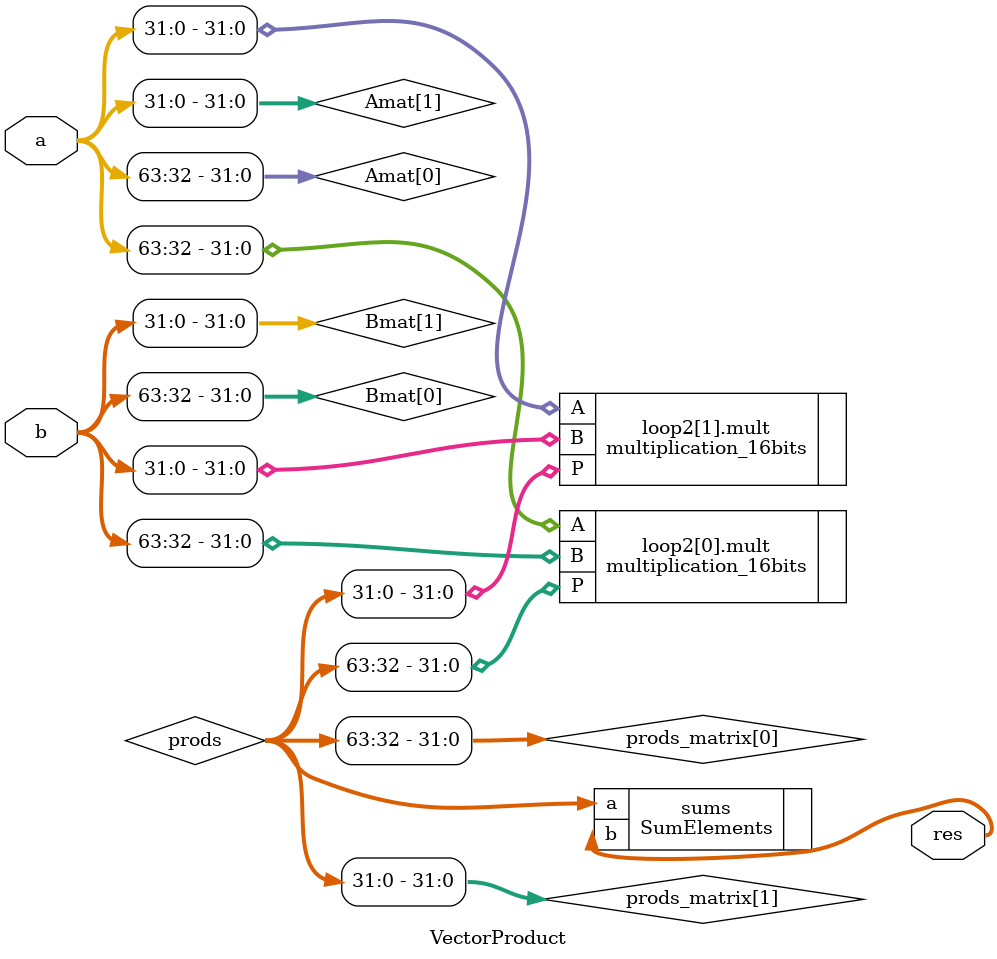
<source format=v>
`timescale 1ns / 1ps


module VectorProduct #(	 parameter N=2,	parameter DATA_WIDTH=32)
(
	 input [N*DATA_WIDTH-1:0] a, // First vector
	 input [N*DATA_WIDTH-1:0] b, // Second vector
	 output [DATA_WIDTH-1:0]res // Result
 );
	 
	 
	wire [DATA_WIDTH-1:0]Amat[0:N-1]; // Matrix representation of the vector A
	wire [DATA_WIDTH-1:0]Bmat[0:N-1]; // Matrix representation of the vector B
	wire [N*DATA_WIDTH-1:0] prods; // To keep the element-by-element products 
	wire [DATA_WIDTH-1:0]prods_matrix[0:N-1]; // To keep the element-by-element products in matrix form
	
	genvar i;
	
	// Converts the vectors to a matrix form
	generate
		for (i = 0; i < N; i = i + 1) begin: loop1
				assign Amat[i]=a[N*DATA_WIDTH-1-i*DATA_WIDTH:N*DATA_WIDTH-i*DATA_WIDTH-DATA_WIDTH];
				assign Bmat[i]=b[N*DATA_WIDTH-1-i*DATA_WIDTH:N*DATA_WIDTH-i*DATA_WIDTH-DATA_WIDTH];
		end
	endgenerate

	// Implements the multiplications
	generate
		for (i = 0; i < N; i = i + 1) begin: loop2
			multiplication_16bits mult (
				.A(Amat[i][DATA_WIDTH-1:0]),
				.B(Bmat[i][DATA_WIDTH-1:0]),
				.P(prods_matrix[i][DATA_WIDTH-1:0]));

		end
	endgenerate
	

	// Converts the matrix form of multiplications to a vector form
	generate
		for (i = 0; i < N; i = i + 1) begin: loop4
			assign prods[N*DATA_WIDTH-1-i*DATA_WIDTH:N*DATA_WIDTH-i*DATA_WIDTH-DATA_WIDTH]=prods_matrix[i];
		end
	endgenerate
	
	
	// Sums the elements of the vector
	SumElements #(.N(N),.DATA_WIDTH(DATA_WIDTH)) sums (
    .a(prods), 
    .b(res)
    );


endmodule

</source>
